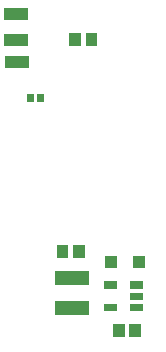
<source format=gbp>
G04 Layer: BottomPasteMaskLayer*
G04 EasyEDA v6.3.22, 2020-01-22T11:07:26+01:00*
G04 c2129058598944f0bb6b3e408993b306,6ac03ef627a24f5ab7c901ca926ad83b,10*
G04 Gerber Generator version 0.2*
G04 Scale: 100 percent, Rotated: No, Reflected: No *
G04 Dimensions in millimeters *
G04 leading zeros omitted , absolute positions ,3 integer and 3 decimal *
%FSLAX33Y33*%
%MOMM*%
G90*
G71D02*

%ADD19R,1.999996X0.999998*%
%ADD20R,2.999994X1.199998*%

%LPD*%
G54D19*
G01X20059Y36439D03*
G01X20069Y38579D03*
G01X20139Y34540D03*
G54D20*
G01X24818Y13699D03*
G01X24818Y16249D03*
G36*
G01X30830Y15974D02*
G01X29770Y15974D01*
G01X29770Y15324D01*
G01X30830Y15324D01*
G01X30830Y15974D01*
G37*
G36*
G01X30830Y15024D02*
G01X29770Y15024D01*
G01X29770Y14374D01*
G01X30830Y14374D01*
G01X30830Y15024D01*
G37*
G36*
G01X30830Y14075D02*
G01X29770Y14075D01*
G01X29770Y13424D01*
G01X30830Y13424D01*
G01X30830Y14075D01*
G37*
G36*
G01X28630Y14075D02*
G01X27570Y14075D01*
G01X27570Y13424D01*
G01X28630Y13424D01*
G01X28630Y14075D01*
G37*
G36*
G01X28630Y15974D02*
G01X27570Y15974D01*
G01X27570Y15324D01*
G01X28630Y15324D01*
G01X28630Y15974D01*
G37*
G36*
G01X30669Y12400D02*
G01X29669Y12400D01*
G01X29669Y11300D01*
G01X30669Y11300D01*
G01X30669Y12400D01*
G37*
G36*
G01X29269Y12400D02*
G01X28269Y12400D01*
G01X28269Y11300D01*
G01X29269Y11300D01*
G01X29269Y12400D01*
G37*
G36*
G01X30989Y18120D02*
G01X29989Y18120D01*
G01X29989Y17120D01*
G01X30989Y17120D01*
G01X30989Y18120D01*
G37*
G36*
G01X28589Y18120D02*
G01X27589Y18120D01*
G01X27589Y17120D01*
G01X28589Y17120D01*
G01X28589Y18120D01*
G37*
G36*
G01X25920Y19030D02*
G01X24920Y19030D01*
G01X24920Y17930D01*
G01X25920Y17930D01*
G01X25920Y19030D01*
G37*
G36*
G01X24520Y19030D02*
G01X23520Y19030D01*
G01X23520Y17930D01*
G01X24520Y17930D01*
G01X24520Y19030D01*
G37*
G36*
G01X24569Y35880D02*
G01X25569Y35880D01*
G01X25569Y36980D01*
G01X24569Y36980D01*
G01X24569Y35880D01*
G37*
G36*
G01X25969Y35880D02*
G01X26969Y35880D01*
G01X26969Y36980D01*
G01X25969Y36980D01*
G01X25969Y35880D01*
G37*
G36*
G01X21585Y31794D02*
G01X20985Y31794D01*
G01X20985Y31145D01*
G01X21585Y31145D01*
G01X21585Y31794D01*
G37*
G36*
G01X22434Y31794D02*
G01X21834Y31794D01*
G01X21834Y31145D01*
G01X22434Y31145D01*
G01X22434Y31794D01*
G37*
M00*
M02*

</source>
